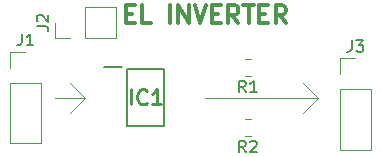
<source format=gbr>
G04 #@! TF.GenerationSoftware,KiCad,Pcbnew,5.1.5+dfsg1-2build2*
G04 #@! TF.CreationDate,2022-04-06T15:29:18-04:00*
G04 #@! TF.ProjectId,elpixel,656c7069-7865-46c2-9e6b-696361645f70,rev?*
G04 #@! TF.SameCoordinates,Original*
G04 #@! TF.FileFunction,Legend,Top*
G04 #@! TF.FilePolarity,Positive*
%FSLAX46Y46*%
G04 Gerber Fmt 4.6, Leading zero omitted, Abs format (unit mm)*
G04 Created by KiCad (PCBNEW 5.1.5+dfsg1-2build2) date 2022-04-06 15:29:18*
%MOMM*%
%LPD*%
G04 APERTURE LIST*
%ADD10C,0.120000*%
%ADD11C,0.300000*%
%ADD12C,0.200000*%
%ADD13C,0.254000*%
%ADD14C,0.150000*%
G04 APERTURE END LIST*
D10*
X161925000Y-101600000D02*
X160655000Y-100330000D01*
X161925000Y-101600000D02*
X160655000Y-102870000D01*
X152400000Y-101600000D02*
X161925000Y-101600000D01*
X142240000Y-101600000D02*
X140970000Y-100330000D01*
X142240000Y-101600000D02*
X140970000Y-102870000D01*
X139700000Y-101600000D02*
X142240000Y-101600000D01*
D11*
X145685714Y-94507857D02*
X146185714Y-94507857D01*
X146400000Y-95293571D02*
X145685714Y-95293571D01*
X145685714Y-93793571D01*
X146400000Y-93793571D01*
X147757142Y-95293571D02*
X147042857Y-95293571D01*
X147042857Y-93793571D01*
X149400000Y-95293571D02*
X149400000Y-93793571D01*
X150114285Y-95293571D02*
X150114285Y-93793571D01*
X150971428Y-95293571D01*
X150971428Y-93793571D01*
X151471428Y-93793571D02*
X151971428Y-95293571D01*
X152471428Y-93793571D01*
X152971428Y-94507857D02*
X153471428Y-94507857D01*
X153685714Y-95293571D02*
X152971428Y-95293571D01*
X152971428Y-93793571D01*
X153685714Y-93793571D01*
X155185714Y-95293571D02*
X154685714Y-94579285D01*
X154328571Y-95293571D02*
X154328571Y-93793571D01*
X154900000Y-93793571D01*
X155042857Y-93865000D01*
X155114285Y-93936428D01*
X155185714Y-94079285D01*
X155185714Y-94293571D01*
X155114285Y-94436428D01*
X155042857Y-94507857D01*
X154900000Y-94579285D01*
X154328571Y-94579285D01*
X155614285Y-93793571D02*
X156471428Y-93793571D01*
X156042857Y-95293571D02*
X156042857Y-93793571D01*
X156971428Y-94507857D02*
X157471428Y-94507857D01*
X157685714Y-95293571D02*
X156971428Y-95293571D01*
X156971428Y-93793571D01*
X157685714Y-93793571D01*
X159185714Y-95293571D02*
X158685714Y-94579285D01*
X158328571Y-95293571D02*
X158328571Y-93793571D01*
X158900000Y-93793571D01*
X159042857Y-93865000D01*
X159114285Y-93936428D01*
X159185714Y-94079285D01*
X159185714Y-94293571D01*
X159114285Y-94436428D01*
X159042857Y-94507857D01*
X158900000Y-94579285D01*
X158328571Y-94579285D01*
D12*
X145720000Y-99150000D02*
X148920000Y-99150000D01*
X148920000Y-99150000D02*
X148920000Y-104050000D01*
X148920000Y-104050000D02*
X145720000Y-104050000D01*
X145720000Y-104050000D02*
X145720000Y-99150000D01*
X143845000Y-98995000D02*
X145370000Y-98995000D01*
D10*
X135830000Y-97730000D02*
X137160000Y-97730000D01*
X135830000Y-99060000D02*
X135830000Y-97730000D01*
X135830000Y-100330000D02*
X138490000Y-100330000D01*
X138490000Y-100330000D02*
X138490000Y-105470000D01*
X135830000Y-100330000D02*
X135830000Y-105470000D01*
X135830000Y-105470000D02*
X138490000Y-105470000D01*
X144840000Y-96580000D02*
X144840000Y-93920000D01*
X142240000Y-96580000D02*
X144840000Y-96580000D01*
X142240000Y-93920000D02*
X144840000Y-93920000D01*
X142240000Y-96580000D02*
X142240000Y-93920000D01*
X140970000Y-96580000D02*
X139640000Y-96580000D01*
X139640000Y-96580000D02*
X139640000Y-95250000D01*
X163770000Y-106025001D02*
X166430000Y-106025001D01*
X163770000Y-100885001D02*
X163770000Y-106025001D01*
X166430000Y-100885001D02*
X166430000Y-106025001D01*
X163770000Y-100885001D02*
X166430000Y-100885001D01*
X163770000Y-99615001D02*
X163770000Y-98285001D01*
X163770000Y-98285001D02*
X165100000Y-98285001D01*
X156226252Y-98350000D02*
X155703748Y-98350000D01*
X156226252Y-99770000D02*
X155703748Y-99770000D01*
X156226252Y-104850000D02*
X155703748Y-104850000D01*
X156226252Y-103430000D02*
X155703748Y-103430000D01*
D13*
X146080238Y-102174523D02*
X146080238Y-100904523D01*
X147410714Y-102053571D02*
X147350238Y-102114047D01*
X147168809Y-102174523D01*
X147047857Y-102174523D01*
X146866428Y-102114047D01*
X146745476Y-101993095D01*
X146685000Y-101872142D01*
X146624523Y-101630238D01*
X146624523Y-101448809D01*
X146685000Y-101206904D01*
X146745476Y-101085952D01*
X146866428Y-100965000D01*
X147047857Y-100904523D01*
X147168809Y-100904523D01*
X147350238Y-100965000D01*
X147410714Y-101025476D01*
X148620238Y-102174523D02*
X147894523Y-102174523D01*
X148257380Y-102174523D02*
X148257380Y-100904523D01*
X148136428Y-101085952D01*
X148015476Y-101206904D01*
X147894523Y-101267380D01*
D14*
X136826666Y-96182380D02*
X136826666Y-96896666D01*
X136779047Y-97039523D01*
X136683809Y-97134761D01*
X136540952Y-97182380D01*
X136445714Y-97182380D01*
X137826666Y-97182380D02*
X137255238Y-97182380D01*
X137540952Y-97182380D02*
X137540952Y-96182380D01*
X137445714Y-96325238D01*
X137350476Y-96420476D01*
X137255238Y-96468095D01*
X138092380Y-95583333D02*
X138806666Y-95583333D01*
X138949523Y-95630952D01*
X139044761Y-95726190D01*
X139092380Y-95869047D01*
X139092380Y-95964285D01*
X138187619Y-95154761D02*
X138140000Y-95107142D01*
X138092380Y-95011904D01*
X138092380Y-94773809D01*
X138140000Y-94678571D01*
X138187619Y-94630952D01*
X138282857Y-94583333D01*
X138378095Y-94583333D01*
X138520952Y-94630952D01*
X139092380Y-95202380D01*
X139092380Y-94583333D01*
X164766666Y-96737381D02*
X164766666Y-97451667D01*
X164719047Y-97594524D01*
X164623809Y-97689762D01*
X164480952Y-97737381D01*
X164385714Y-97737381D01*
X165147619Y-96737381D02*
X165766666Y-96737381D01*
X165433333Y-97118334D01*
X165576190Y-97118334D01*
X165671428Y-97165953D01*
X165719047Y-97213572D01*
X165766666Y-97308810D01*
X165766666Y-97546905D01*
X165719047Y-97642143D01*
X165671428Y-97689762D01*
X165576190Y-97737381D01*
X165290476Y-97737381D01*
X165195238Y-97689762D01*
X165147619Y-97642143D01*
X155798333Y-101162380D02*
X155465000Y-100686190D01*
X155226904Y-101162380D02*
X155226904Y-100162380D01*
X155607857Y-100162380D01*
X155703095Y-100210000D01*
X155750714Y-100257619D01*
X155798333Y-100352857D01*
X155798333Y-100495714D01*
X155750714Y-100590952D01*
X155703095Y-100638571D01*
X155607857Y-100686190D01*
X155226904Y-100686190D01*
X156750714Y-101162380D02*
X156179285Y-101162380D01*
X156465000Y-101162380D02*
X156465000Y-100162380D01*
X156369761Y-100305238D01*
X156274523Y-100400476D01*
X156179285Y-100448095D01*
X155798333Y-106242380D02*
X155465000Y-105766190D01*
X155226904Y-106242380D02*
X155226904Y-105242380D01*
X155607857Y-105242380D01*
X155703095Y-105290000D01*
X155750714Y-105337619D01*
X155798333Y-105432857D01*
X155798333Y-105575714D01*
X155750714Y-105670952D01*
X155703095Y-105718571D01*
X155607857Y-105766190D01*
X155226904Y-105766190D01*
X156179285Y-105337619D02*
X156226904Y-105290000D01*
X156322142Y-105242380D01*
X156560238Y-105242380D01*
X156655476Y-105290000D01*
X156703095Y-105337619D01*
X156750714Y-105432857D01*
X156750714Y-105528095D01*
X156703095Y-105670952D01*
X156131666Y-106242380D01*
X156750714Y-106242380D01*
M02*

</source>
